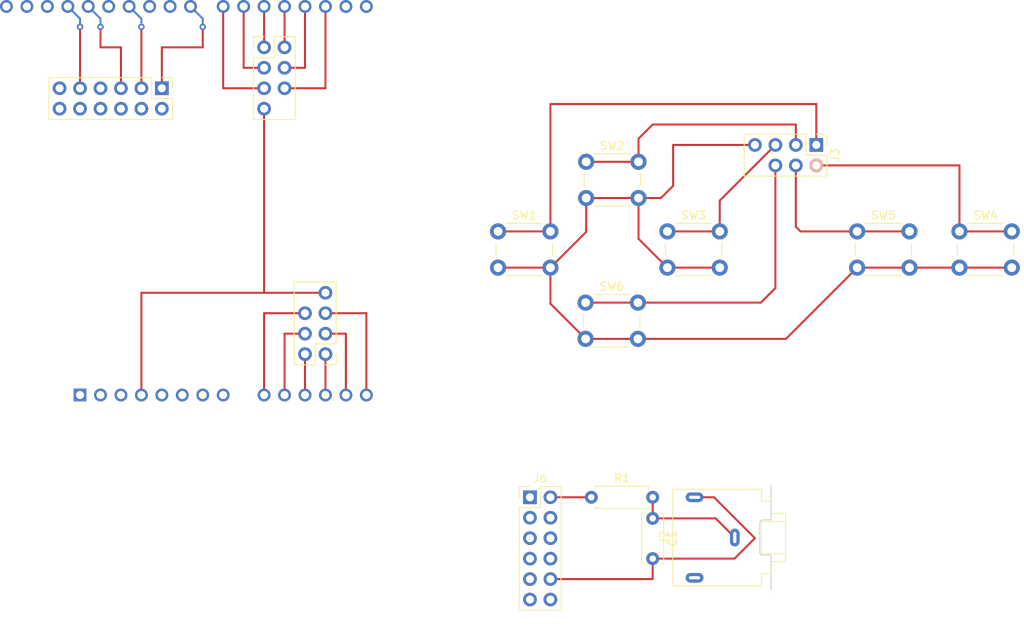
<source format=kicad_pcb>
(kicad_pcb (version 20221018) (generator pcbnew)
  (layers (0 "F.Cu" signal) (31 "B.Cu" signal) (34 "B.Paste" user) (35 "F.Paste" user) (36 "B.SilkS" user "B.Silkscreen") (37 "F.SilkS" user "F.Silkscreen") (38 "B.Mask" user) (39 "F.Mask" user) (44 "Edge.Cuts" user))
  (net 0 "")
  (net 4 "VCC")
  (net 6 "GND")
  (net 10 "PPU_VRAM_WEN")
  (net 13 "SPI_MOSI")
  (net 15 "SPI_CLK")
  (net 19 "Net-(C1-Pad1)")
  (net 32 "Net-(J6-Pin_7)")
  (net 37 "Net-(J3-UP)")
  (net 38 "Net-(J3-DOWN)")
  (net 39 "Net-(J3-LEFT)")
  (net 40 "Net-(J3-VCC)")
  (net 41 "Net-(J3-RIGHT)")
  (net 42 "Net-(J3-PRIMARY)")
  (net 43 "Net-(J3-SECONDARY)")
  (net 44 "GP_P1_BUT_2")
  (net 45 "GP_P1_BUT_1")
  (net 46 "GP_P1_RIGHT")
  (net 47 "GP_P1_LEFT")
  (net 48 "GP_P1_DOWN")
  (net 49 "GP_P1_UP")
  (net 50 "GP_P2_UP")
  (net 51 "GP_P2_DOWN")
  (net 52 "GP_P2_LEFT")
  (net 53 "GP_P2_RIGHT")
  (net 54 "GP_P2_BUT_1")
  (net 55 "GP_P2_BUT_2")
  (footprint "Connector_PinHeader_2.54mm:PinHeader_2x06_P2.54mm_Vertical" (layer "F.Cu") (at 38.1 27.94 -90)
    (fp_text reference "J1" hide)
    (fp_text value "BASYS_JA")
    (fp_line (start -1.33 -1.33) (end 0 -1.33) (stroke (width 0.12)) (layer "F.SilkS"))
    (fp_line (start -1.33 0) (end -1.33 -1.33) (stroke (width 0.12)) (layer "F.SilkS"))
    (fp_line (start -1.33 1.27) (end -1.33 14.03) (stroke (width 0.12)) (layer "F.SilkS"))
    (fp_line (start -1.33 1.27) (end 1.27 1.27) (stroke (width 0.12)) (layer "F.SilkS"))
    (fp_line (start -1.33 14.03) (end 3.87 14.03) (stroke (width 0.12)) (layer "F.SilkS"))
    (fp_line (start 1.27 -1.33) (end 3.87 -1.33) (stroke (width 0.12)) (layer "F.SilkS"))
    (fp_line (start 1.27 1.27) (end 1.27 -1.33) (stroke (width 0.12)) (layer "F.SilkS"))
    (fp_line (start 3.87 -1.33) (end 3.87 14.03) (stroke (width 0.12)) (layer "F.SilkS"))
    (pad "1" thru_hole rect (at 0 0 270) (size 1.7 1.7) (drill 1) (layers "*.Cu" "*.Mask") (net 10 "PPU_VRAM_WEN"))
    (pad "2" thru_hole oval (at 0 2.54 270) (size 1.7 1.7) (drill 1) (layers "*.Cu" "*.Mask") (net 13 "SPI_MOSI"))
    (pad "3" thru_hole oval (at 0 5.08 270) (size 1.7 1.7) (drill 1) (layers "*.Cu" "*.Mask") (net 15 "SPI_CLK"))
    (pad "4" thru_hole oval (at 0 7.62 270) (size 1.7 1.7) (drill 1) (layers "*.Cu" "*.Mask"))
    (pad "5" thru_hole oval (at 0 10.16 270) (size 1.7 1.7) (drill 1) (layers "*.Cu" "*.Mask") (net 6 "GND"))
    (pad "6" thru_hole oval (at 0 12.7 270) (size 1.7 1.7) (drill 1) (layers "*.Cu" "*.Mask"))
    (pad "7" thru_hole oval (at 2.54 0 270) (size 1.7 1.7) (drill 1) (layers "*.Cu" "*.Mask"))
    (pad "8" thru_hole oval (at 2.54 2.54 270) (size 1.7 1.7) (drill 1) (layers "*.Cu" "*.Mask"))
    (pad "9" thru_hole oval (at 2.54 5.08 270) (size 1.7 1.7) (drill 1) (layers "*.Cu" "*.Mask"))
    (pad "10" thru_hole oval (at 2.54 7.62 270) (size 1.7 1.7) (drill 1) (layers "*.Cu" "*.Mask"))
    (pad "11" thru_hole oval (at 2.54 10.16 270) (size 1.7 1.7) (drill 1) (layers "*.Cu" "*.Mask") (net 6 "GND"))
    (pad "12" thru_hole oval (at 2.54 12.7 270) (size 1.7 1.7) (drill 1) (layers "*.Cu" "*.Mask"))
  )
  (footprint "Button_Switch_THT:SW_PUSH_6mm" (layer "F.Cu") (at 79.86 45.72)
    (fp_text reference "SW1" (at 3.25 -2) (layer "F.SilkS"))
    (fp_text value "LEFT")
    (fp_line (start -0.25 1.5) (end -0.25 3) (stroke (width 0.12)) (layer "F.SilkS"))
    (fp_line (start 1 5.5) (end 5.5 5.5) (stroke (width 0.12)) (layer "F.SilkS"))
    (fp_line (start 5.5 -1) (end 1 -1) (stroke (width 0.12)) (layer "F.SilkS"))
    (fp_line (start 6.75 3) (end 6.75 1.5) (stroke (width 0.12)) (layer "F.SilkS"))
    (pad "1" thru_hole circle (at 0 0 90) (size 2 2) (drill 1.1) (layers "*.Cu" "*.Mask") (net 37 "Net-(J3-UP)"))
    (pad "1" thru_hole circle (at 6.5 0 90) (size 2 2) (drill 1.1) (layers "*.Cu" "*.Mask") (net 37 "Net-(J3-UP)"))
    (pad "2" thru_hole circle (at 0 4.5 90) (size 2 2) (drill 1.1) (layers "*.Cu" "*.Mask") (net 40 "Net-(J3-VCC)"))
    (pad "2" thru_hole circle (at 6.5 4.5 90) (size 2 2) (drill 1.1) (layers "*.Cu" "*.Mask") (net 40 "Net-(J3-VCC)"))
  )
  (footprint "Connector_PinHeader_2.54mm:PinHeader_2x04_P2.54mm_Vertical" (layer "F.Cu") (at 58.42 60.96 180)
    (fp_text reference "J8" hide)
    (fp_text value "GAMEPAD_2")
    (fp_line (start -1.33 -1.33) (end 0 -1.33) (stroke (width 0.12)) (layer "F.SilkS"))
    (fp_line (start -1.33 0) (end -1.33 -1.33) (stroke (width 0.12)) (layer "F.SilkS"))
    (fp_line (start -1.33 1.27) (end -1.33 8.95) (stroke (width 0.12)) (layer "F.SilkS"))
    (fp_line (start -1.33 1.27) (end 1.27 1.27) (stroke (width 0.12)) (layer "F.SilkS"))
    (fp_line (start -1.33 8.95) (end 3.87 8.95) (stroke (width 0.12)) (layer "F.SilkS"))
    (fp_line (start 1.27 -1.33) (end 3.87 -1.33) (stroke (width 0.12)) (layer "F.SilkS"))
    (fp_line (start 1.27 1.27) (end 1.27 -1.33) (stroke (width 0.12)) (layer "F.SilkS"))
    (fp_line (start 3.87 -1.33) (end 3.87 8.95) (stroke (width 0.12)) (layer "F.SilkS"))
    (pad "1" thru_hole circle (at 0 0 180) (size 1.7 1.7) (drill 1) (layers "*.Cu" "*.Mask") (net 52 "GP_P2_LEFT"))
    (pad "2" thru_hole oval (at 0 2.54 180) (size 1.7 1.7) (drill 1) (layers "*.Cu" "*.Mask") (net 50 "GP_P2_UP"))
    (pad "3" thru_hole oval (at 0 5.08 180) (size 1.7 1.7) (drill 1) (layers "*.Cu" "*.Mask") (net 53 "GP_P2_RIGHT"))
    (pad "4" thru_hole oval (at 0 7.62 180) (size 1.7 1.7) (drill 1) (layers "*.Cu" "*.Mask") (net 4 "VCC"))
    (pad "5" thru_hole oval (at 2.54 0 180) (size 1.7 1.7) (drill 1) (layers "*.Cu" "*.Mask") (net 54 "GP_P2_BUT_1"))
    (pad "6" thru_hole oval (at 2.54 2.54 180) (size 1.7 1.7) (drill 1) (layers "*.Cu" "*.Mask") (net 55 "GP_P2_BUT_2"))
    (pad "7" thru_hole oval (at 2.54 5.08 180) (size 1.7 1.7) (drill 1) (layers "*.Cu" "*.Mask") (net 51 "GP_P2_DOWN"))
  )
  (footprint "Button_Switch_THT:SW_PUSH_6mm" (layer "F.Cu") (at 137.16 45.72)
    (fp_text reference "SW4" (at 3.25 -2) (layer "F.SilkS"))
    (fp_text value "PRIMARY")
    (fp_line (start -0.25 1.5) (end -0.25 3) (stroke (width 0.12)) (layer "F.SilkS"))
    (fp_line (start 1 5.5) (end 5.5 5.5) (stroke (width 0.12)) (layer "F.SilkS"))
    (fp_line (start 5.5 -1) (end 1 -1) (stroke (width 0.12)) (layer "F.SilkS"))
    (fp_line (start 6.75 3) (end 6.75 1.5) (stroke (width 0.12)) (layer "F.SilkS"))
    (pad "1" thru_hole circle (at 0 0 90) (size 2 2) (drill 1.1) (layers "*.Cu" "*.Mask") (net 41 "Net-(J3-RIGHT)"))
    (pad "1" thru_hole circle (at 6.5 0 90) (size 2 2) (drill 1.1) (layers "*.Cu" "*.Mask") (net 41 "Net-(J3-RIGHT)"))
    (pad "2" thru_hole circle (at 0 4.5 90) (size 2 2) (drill 1.1) (layers "*.Cu" "*.Mask") (net 40 "Net-(J3-VCC)"))
    (pad "2" thru_hole circle (at 6.5 4.5 90) (size 2 2) (drill 1.1) (layers "*.Cu" "*.Mask") (net 40 "Net-(J3-VCC)"))
  )
  (footprint "Connector_Audio:Jack_3.5mm_CUI_SJ1-3523N_Horizontal" (layer "F.Cu") (at 109.26 83.74 90)
    (fp_text reference "J2" (at 0 -8.8 90) (layer "F.SilkS"))
    (fp_text value "AudioJack2")
    (fp_line (start -6 -7.7) (end 6 -7.7) (stroke (width 0.12)) (layer "F.SilkS"))
    (fp_line (start -6 3.3) (end -6 -7.7) (stroke (width 0.12)) (layer "F.SilkS"))
    (fp_line (start -4.5 3.3) (end -6 3.3) (stroke (width 0.12)) (layer "F.SilkS"))
    (fp_line (start -4.5 4.5) (end -4.5 3.3) (stroke (width 0.12)) (layer "F.SilkS"))
    (fp_line (start -3 4.5) (end -4.5 4.5) (stroke (width 0.12)) (layer "F.SilkS"))
    (fp_line (start -3 6.3) (end -3 4.5) (stroke (width 0.12)) (layer "F.SilkS"))
    (fp_line (start -2 3.3) (end -2 6.3) (stroke (width 0.12)) (layer "F.SilkS"))
    (fp_line (start 2 3.3) (end -2 3.3) (stroke (width 0.12)) (layer "F.SilkS"))
    (fp_line (start 2 6.3) (end 2 3.3) (stroke (width 0.12)) (layer "F.SilkS"))
    (fp_line (start 3 4.5) (end 3 6.3) (stroke (width 0.12)) (layer "F.SilkS"))
    (fp_line (start 3 6.3) (end -3 6.3) (stroke (width 0.12)) (layer "F.SilkS"))
    (fp_line (start 4.5 3.3) (end 4.5 4.5) (stroke (width 0.12)) (layer "F.SilkS"))
    (fp_line (start 4.5 4.5) (end 3 4.5) (stroke (width 0.12)) (layer "F.SilkS"))
    (fp_line (start 6 -7.7) (end 6 3.3) (stroke (width 0.12)) (layer "F.SilkS"))
    (fp_line (start 6 3.3) (end 4.5 3.3) (stroke (width 0.12)) (layer "F.SilkS"))
    (fp_line (start -2.2 3.5) (end -2.2 4.5) (stroke (width 0.12)) (layer "Edge.Cuts"))
    (fp_line (start -2.2 4.5) (end -6.5 4.5) (stroke (width 0.12)) (layer "Edge.Cuts"))
    (fp_line (start 1.8 3.1) (end -1.8 3.1) (stroke (width 0.12)) (layer "Edge.Cuts"))
    (fp_line (start 2.2 3.5) (end 2.2 4.5) (stroke (width 0.12)) (layer "Edge.Cuts"))
    (fp_line (start 2.2 4.5) (end 6.5 4.5) (stroke (width 0.12)) (layer "Edge.Cuts"))
    (fp_arc (start -2.2 3.5) (mid -2.082842 3.217158) (end -1.8 3.1) (stroke (width 0.12)) (layer "Edge.Cuts"))
    (fp_arc (start 1.8 3.1) (mid 2.082843 3.217157) (end 2.2 3.5) (stroke (width 0.12)) (layer "Edge.Cuts"))
    (pad "" np_thru_hole circle (at -5 0 90) (size 1.2 1.2) (drill 1.2) (layers "*.Cu"))
    (pad "" np_thru_hole circle (at -5 2.5 90) (size 1.2 1.2) (drill 1.2) (layers "*.Cu"))
    (pad "" np_thru_hole circle (at 0 -5 90) (size 1.2 1.2) (drill 1.2) (layers "*.Cu"))
    (pad "" np_thru_hole circle (at 5 0 90) (size 1.2 1.2) (drill 1.2) (layers "*.Cu"))
    (pad "" np_thru_hole circle (at 5 2.5 90) (size 1.2 1.2) (drill 1.2) (layers "*.Cu"))
    (pad "R" thru_hole oval (at -5 -5 90) (size 1.2 2.2) (drill oval 0.4 1.4) (layers "*.Cu" "*.Mask"))
    (pad "S" thru_hole oval (at 0 0 90) (size 2.2 1.2) (drill oval 1.4 0.4) (layers "*.Cu" "*.Mask") (net 19 "Net-(C1-Pad1)"))
    (pad "T" thru_hole oval (at 5 -5 270) (size 1.2 2.2) (drill oval 0.4 1.4) (layers "*.Cu" "*.Mask") (net 6 "GND"))
  )
  (footprint "Resistor_THT:R_Axial_DIN0207_L6.3mm_D2.5mm_P7.62mm_Horizontal" (layer "F.Cu") (at 91.44 78.74)
    (fp_text reference "R1" (at 3.81 -2.37) (layer "F.SilkS"))
    (fp_text value "R")
    (fp_line (start 0.54 -1.37) (end 7.08 -1.37) (stroke (width 0.12)) (layer "F.SilkS"))
    (fp_line (start 0.54 -1.04) (end 0.54 -1.37) (stroke (width 0.12)) (layer "F.SilkS"))
    (fp_line (start 0.54 1.04) (end 0.54 1.37) (stroke (width 0.12)) (layer "F.SilkS"))
    (fp_line (start 0.54 1.37) (end 7.08 1.37) (stroke (width 0.12)) (layer "F.SilkS"))
    (fp_line (start 7.08 -1.37) (end 7.08 -1.04) (stroke (width 0.12)) (layer "F.SilkS"))
    (fp_line (start 7.08 1.37) (end 7.08 1.04) (stroke (width 0.12)) (layer "F.SilkS"))
    (pad "1" thru_hole circle (at 0 0) (size 1.6 1.6) (drill 0.8) (layers "*.Cu" "*.Mask") (net 32 "Net-(J6-Pin_7)"))
    (pad "2" thru_hole oval (at 7.62 0) (size 1.6 1.6) (drill 0.8) (layers "*.Cu" "*.Mask") (net 19 "Net-(C1-Pad1)"))
  )
  (footprint "Capacitor_THT:C_Disc_D6.0mm_W2.5mm_P5.00mm" (layer "F.Cu") (at 99.06 81.36 -90)
    (fp_text reference "C1" (at 2.5 -2.5 90) (layer "F.SilkS"))
    (fp_text value "C")
    (fp_line (start -0.62 -1.37) (end -0.62 -0.925) (stroke (width 0.12)) (layer "F.SilkS"))
    (fp_line (start -0.62 -1.37) (end 5.62 -1.37) (stroke (width 0.12)) (layer "F.SilkS"))
    (fp_line (start -0.62 0.925) (end -0.62 1.37) (stroke (width 0.12)) (layer "F.SilkS"))
    (fp_line (start -0.62 1.37) (end 5.62 1.37) (stroke (width 0.12)) (layer "F.SilkS"))
    (fp_line (start 5.62 -1.37) (end 5.62 -0.925) (stroke (width 0.12)) (layer "F.SilkS"))
    (fp_line (start 5.62 0.925) (end 5.62 1.37) (stroke (width 0.12)) (layer "F.SilkS"))
    (pad "1" thru_hole circle (at 0 0 270) (size 1.6 1.6) (drill 0.8) (layers "*.Cu" "*.Mask") (net 19 "Net-(C1-Pad1)"))
    (pad "2" thru_hole circle (at 5 0 270) (size 1.6 1.6) (drill 0.8) (layers "*.Cu" "*.Mask") (net 6 "GND"))
  )
  (footprint "Connector_PinHeader_2.54mm:PinHeader_2x06_P2.54mm_Vertical" (layer "F.Cu") (at 83.82 78.74)
    (fp_text reference "J6" (at 1.27 -2.33) (layer "F.SilkS"))
    (fp_text value "BASYS_JB")
    (fp_line (start -1.33 -1.33) (end 0 -1.33) (stroke (width 0.12)) (layer "F.SilkS"))
    (fp_line (start -1.33 0) (end -1.33 -1.33) (stroke (width 0.12)) (layer "F.SilkS"))
    (fp_line (start -1.33 1.27) (end -1.33 14.03) (stroke (width 0.12)) (layer "F.SilkS"))
    (fp_line (start -1.33 1.27) (end 1.27 1.27) (stroke (width 0.12)) (layer "F.SilkS"))
    (fp_line (start -1.33 14.03) (end 3.87 14.03) (stroke (width 0.12)) (layer "F.SilkS"))
    (fp_line (start 1.27 -1.33) (end 3.87 -1.33) (stroke (width 0.12)) (layer "F.SilkS"))
    (fp_line (start 1.27 1.27) (end 1.27 -1.33) (stroke (width 0.12)) (layer "F.SilkS"))
    (fp_line (start 3.87 -1.33) (end 3.87 14.03) (stroke (width 0.12)) (layer "F.SilkS"))
    (pad "1" thru_hole rect (at 0 0) (size 1.7 1.7) (drill 1) (layers "*.Cu" "*.Mask"))
    (pad "2" thru_hole oval (at 0 2.54) (size 1.7 1.7) (drill 1) (layers "*.Cu" "*.Mask"))
    (pad "3" thru_hole oval (at 0 5.08) (size 1.7 1.7) (drill 1) (layers "*.Cu" "*.Mask"))
    (pad "4" thru_hole oval (at 0 7.62) (size 1.7 1.7) (drill 1) (layers "*.Cu" "*.Mask"))
    (pad "5" thru_hole oval (at 0 10.16) (size 1.7 1.7) (drill 1) (layers "*.Cu" "*.Mask") (net 6 "GND"))
    (pad "6" thru_hole oval (at 0 12.7) (size 1.7 1.7) (drill 1) (layers "*.Cu" "*.Mask"))
    (pad "7" thru_hole oval (at 2.54 0) (size 1.7 1.7) (drill 1) (layers "*.Cu" "*.Mask") (net 32 "Net-(J6-Pin_7)"))
    (pad "8" thru_hole oval (at 2.54 2.54) (size 1.7 1.7) (drill 1) (layers "*.Cu" "*.Mask"))
    (pad "9" thru_hole oval (at 2.54 5.08) (size 1.7 1.7) (drill 1) (layers "*.Cu" "*.Mask"))
    (pad "10" thru_hole oval (at 2.54 7.62) (size 1.7 1.7) (drill 1) (layers "*.Cu" "*.Mask"))
    (pad "11" thru_hole oval (at 2.54 10.16) (size 1.7 1.7) (drill 1) (layers "*.Cu" "*.Mask") (net 6 "GND"))
    (pad "12" thru_hole oval (at 2.54 12.7) (size 1.7 1.7) (drill 1) (layers "*.Cu" "*.Mask"))
  )
  (footprint "Button_Switch_THT:SW_PUSH_6mm" (layer "F.Cu") (at 90.73 54.565)
    (fp_text reference "SW6" (at 3.25 -2) (layer "F.SilkS"))
    (fp_text value "DOWN")
    (fp_line (start -0.25 1.5) (end -0.25 3) (stroke (width 0.12)) (layer "F.SilkS"))
    (fp_line (start 1 5.5) (end 5.5 5.5) (stroke (width 0.12)) (layer "F.SilkS"))
    (fp_line (start 5.5 -1) (end 1 -1) (stroke (width 0.12)) (layer "F.SilkS"))
    (fp_line (start 6.75 3) (end 6.75 1.5) (stroke (width 0.12)) (layer "F.SilkS"))
    (pad "1" thru_hole circle (at 0 0 90) (size 2 2) (drill 1.1) (layers "*.Cu" "*.Mask") (net 43 "Net-(J3-SECONDARY)"))
    (pad "1" thru_hole circle (at 6.5 0 90) (size 2 2) (drill 1.1) (layers "*.Cu" "*.Mask") (net 43 "Net-(J3-SECONDARY)"))
    (pad "2" thru_hole circle (at 0 4.5 90) (size 2 2) (drill 1.1) (layers "*.Cu" "*.Mask") (net 40 "Net-(J3-VCC)"))
    (pad "2" thru_hole circle (at 6.5 4.5 90) (size 2 2) (drill 1.1) (layers "*.Cu" "*.Mask") (net 40 "Net-(J3-VCC)"))
  )
  (footprint "Button_Switch_THT:SW_PUSH_6mm" (layer "F.Cu") (at 90.8025 37.075)
    (fp_text reference "SW2" (at 3.25 -2) (layer "F.SilkS"))
    (fp_text value "UP")
    (fp_line (start -0.25 1.5) (end -0.25 3) (stroke (width 0.12)) (layer "F.SilkS"))
    (fp_line (start 1 5.5) (end 5.5 5.5) (stroke (width 0.12)) (layer "F.SilkS"))
    (fp_line (start 5.5 -1) (end 1 -1) (stroke (width 0.12)) (layer "F.SilkS"))
    (fp_line (start 6.75 3) (end 6.75 1.5) (stroke (width 0.12)) (layer "F.SilkS"))
    (pad "1" thru_hole circle (at 0 0 90) (size 2 2) (drill 1.1) (layers "*.Cu" "*.Mask") (net 38 "Net-(J3-DOWN)"))
    (pad "1" thru_hole circle (at 6.5 0 90) (size 2 2) (drill 1.1) (layers "*.Cu" "*.Mask") (net 38 "Net-(J3-DOWN)"))
    (pad "2" thru_hole circle (at 0 4.5 90) (size 2 2) (drill 1.1) (layers "*.Cu" "*.Mask") (net 40 "Net-(J3-VCC)"))
    (pad "2" thru_hole circle (at 6.5 4.5 90) (size 2 2) (drill 1.1) (layers "*.Cu" "*.Mask") (net 40 "Net-(J3-VCC)"))
  )
  (footprint "Button_Switch_THT:SW_PUSH_6mm" (layer "F.Cu") (at 124.46 45.72)
    (fp_text reference "SW5" (at 3.25 -2) (layer "F.SilkS"))
    (fp_text value "SECONDARY")
    (fp_line (start -0.25 1.5) (end -0.25 3) (stroke (width 0.12)) (layer "F.SilkS"))
    (fp_line (start 1 5.5) (end 5.5 5.5) (stroke (width 0.12)) (layer "F.SilkS"))
    (fp_line (start 5.5 -1) (end 1 -1) (stroke (width 0.12)) (layer "F.SilkS"))
    (fp_line (start 6.75 3) (end 6.75 1.5) (stroke (width 0.12)) (layer "F.SilkS"))
    (pad "1" thru_hole circle (at 0 0 90) (size 2 2) (drill 1.1) (layers "*.Cu" "*.Mask") (net 42 "Net-(J3-PRIMARY)"))
    (pad "1" thru_hole circle (at 6.5 0 90) (size 2 2) (drill 1.1) (layers "*.Cu" "*.Mask") (net 42 "Net-(J3-PRIMARY)"))
    (pad "2" thru_hole circle (at 0 4.5 90) (size 2 2) (drill 1.1) (layers "*.Cu" "*.Mask") (net 40 "Net-(J3-VCC)"))
    (pad "2" thru_hole circle (at 6.5 4.5 90) (size 2 2) (drill 1.1) (layers "*.Cu" "*.Mask") (net 40 "Net-(J3-VCC)"))
  )
  (footprint "Connector_PinHeader_2.54mm:PinHeader_2x04_P2.54mm_Vertical" (layer "F.Cu") (at 119.38 34.98 -90)
    (fp_text reference "J3" (at 1.27 -2.33 90) (layer "F.SilkS"))
    (fp_text value "GAMEPAD")
    (fp_line (start -1.33 -1.33) (end 0 -1.33) (stroke (width 0.12)) (layer "F.SilkS"))
    (fp_line (start -1.33 0) (end -1.33 -1.33) (stroke (width 0.12)) (layer "F.SilkS"))
    (fp_line (start -1.33 1.27) (end -1.33 8.95) (stroke (width 0.12)) (layer "F.SilkS"))
    (fp_line (start -1.33 1.27) (end 1.27 1.27) (stroke (width 0.12)) (layer "F.SilkS"))
    (fp_line (start -1.33 8.95) (end 3.87 8.95) (stroke (width 0.12)) (layer "F.SilkS"))
    (fp_line (start 1.27 -1.33) (end 3.87 -1.33) (stroke (width 0.12)) (layer "F.SilkS"))
    (fp_line (start 1.27 1.27) (end 1.27 -1.33) (stroke (width 0.12)) (layer "F.SilkS"))
    (fp_line (start 3.87 -1.33) (end 3.87 8.95) (stroke (width 0.12)) (layer "F.SilkS"))
    (pad "1" thru_hole rect (at 0 0 270) (size 1.7 1.7) (drill 1) (layers "*.Cu" "*.Mask") (net 37 "Net-(J3-UP)"))
    (pad "2" thru_hole oval (at 0 2.54 270) (size 1.7 1.7) (drill 1) (layers "*.Cu" "*.Mask") (net 38 "Net-(J3-DOWN)"))
    (pad "3" thru_hole oval (at 0 5.08 270) (size 1.7 1.7) (drill 1) (layers "*.Cu" "*.Mask") (net 39 "Net-(J3-LEFT)"))
    (pad "4" thru_hole oval (at 0 7.62 270) (size 1.7 1.7) (drill 1) (layers "*.Cu" "*.Mask") (net 40 "Net-(J3-VCC)"))
    (pad "5" thru_hole oval (at 2.54 0 270) (size 1.7 1.7) (drill 1) (layers "*.Cu" "*.Mask" "B.SilkS") (net 41 "Net-(J3-RIGHT)"))
    (pad "6" thru_hole oval (at 2.54 2.54 270) (size 1.7 1.7) (drill 1) (layers "*.Cu" "*.Mask") (net 42 "Net-(J3-PRIMARY)"))
    (pad "7" thru_hole oval (at 2.54 5.08 270) (size 1.7 1.7) (drill 1) (layers "*.Cu" "*.Mask") (net 43 "Net-(J3-SECONDARY)"))
  )
  (footprint "Button_Switch_THT:SW_PUSH_6mm" (layer "F.Cu") (at 100.89 45.72)
    (fp_text reference "SW3" (at 3.25 -2) (layer "F.SilkS"))
    (fp_text value "RIGHT")
    (fp_line (start -0.25 1.5) (end -0.25 3) (stroke (width 0.12)) (layer "F.SilkS"))
    (fp_line (start 1 5.5) (end 5.5 5.5) (stroke (width 0.12)) (layer "F.SilkS"))
    (fp_line (start 5.5 -1) (end 1 -1) (stroke (width 0.12)) (layer "F.SilkS"))
    (fp_line (start 6.75 3) (end 6.75 1.5) (stroke (width 0.12)) (layer "F.SilkS"))
    (pad "1" thru_hole circle (at 0 0 90) (size 2 2) (drill 1.1) (layers "*.Cu" "*.Mask") (net 39 "Net-(J3-LEFT)"))
    (pad "1" thru_hole circle (at 6.5 0 90) (size 2 2) (drill 1.1) (layers "*.Cu" "*.Mask") (net 39 "Net-(J3-LEFT)"))
    (pad "2" thru_hole circle (at 0 4.5 90) (size 2 2) (drill 1.1) (layers "*.Cu" "*.Mask") (net 40 "Net-(J3-VCC)"))
    (pad "2" thru_hole circle (at 6.5 4.5 90) (size 2 2) (drill 1.1) (layers "*.Cu" "*.Mask") (net 40 "Net-(J3-VCC)"))
  )
  (footprint "Connector_PinHeader_2.54mm:PinHeader_2x04_P2.54mm_Vertical" (layer "F.Cu") (at 50.8 22.86)
    (fp_text reference "J7" hide)
    (fp_text value "GAMEPAD_1" hide)
    (fp_line (start -1.33 -1.33) (end 0 -1.33) (stroke (width 0.12)) (layer "F.SilkS"))
    (fp_line (start -1.33 0) (end -1.33 -1.33) (stroke (width 0.12)) (layer "F.SilkS"))
    (fp_line (start -1.33 1.27) (end -1.33 8.95) (stroke (width 0.12)) (layer "F.SilkS"))
    (fp_line (start -1.33 1.27) (end 1.27 1.27) (stroke (width 0.12)) (layer "F.SilkS"))
    (fp_line (start -1.33 8.95) (end 3.87 8.95) (stroke (width 0.12)) (layer "F.SilkS"))
    (fp_line (start 1.27 -1.33) (end 3.87 -1.33) (stroke (width 0.12)) (layer "F.SilkS"))
    (fp_line (start 1.27 1.27) (end 1.27 -1.33) (stroke (width 0.12)) (layer "F.SilkS"))
    (fp_line (start 3.87 -1.33) (end 3.87 8.95) (stroke (width 0.12)) (layer "F.SilkS"))
    (pad "1" thru_hole circle (at 0 0) (size 1.7 1.7) (drill 1) (layers "*.Cu" "*.Mask") (net 47 "GP_P1_LEFT"))
    (pad "2" thru_hole oval (at 0 2.54) (size 1.7 1.7) (drill 1) (layers "*.Cu" "*.Mask") (net 49 "GP_P1_UP"))
    (pad "3" thru_hole oval (at 0 5.08) (size 1.7 1.7) (drill 1) (layers "*.Cu" "*.Mask") (net 46 "GP_P1_RIGHT"))
    (pad "4" thru_hole oval (at 0 7.62) (size 1.7 1.7) (drill 1) (layers "*.Cu" "*.Mask") (net 4 "VCC"))
    (pad "5" thru_hole oval (at 2.54 0) (size 1.7 1.7) (drill 1) (layers "*.Cu" "*.Mask") (net 45 "GP_P1_BUT_1"))
    (pad "6" thru_hole oval (at 2.54 2.54) (size 1.7 1.7) (drill 1) (layers "*.Cu" "*.Mask") (net 44 "GP_P1_BUT_2"))
    (pad "7" thru_hole oval (at 2.54 5.08) (size 1.7 1.7) (drill 1) (layers "*.Cu" "*.Mask") (net 48 "GP_P1_DOWN"))
  )
  (footprint "Module:Arduino_UNO_R3" (layer "B.Cu") (at 27.94 66.04)
    (fp_text reference "A1" hide)
    (fp_text value "STM32F091RC" hide)
    (pad "1" thru_hole rect (at 0 0 270) (size 1.6 1.6) (drill 1) (layers "*.Cu" "*.Mask"))
    (pad "2" thru_hole oval (at 2.54 0 270) (size 1.6 1.6) (drill 1) (layers "*.Cu" "*.Mask"))
    (pad "3" thru_hole oval (at 5.08 0 270) (size 1.6 1.6) (drill 1) (layers "*.Cu" "*.Mask"))
    (pad "4" thru_hole oval (at 7.62 0 270) (size 1.6 1.6) (drill 1) (layers "*.Cu" "*.Mask") (net 4 "VCC"))
    (pad "5" thru_hole oval (at 10.16 0 270) (size 1.6 1.6) (drill 1) (layers "*.Cu" "*.Mask"))
    (pad "6" thru_hole oval (at 12.7 0 270) (size 1.6 1.6) (drill 1) (layers "*.Cu" "*.Mask") (net 6 "GND"))
    (pad "7" thru_hole oval (at 15.24 0 270) (size 1.6 1.6) (drill 1) (layers "*.Cu" "*.Mask") (net 6 "GND"))
    (pad "8" thru_hole oval (at 17.78 0 270) (size 1.6 1.6) (drill 1) (layers "*.Cu" "*.Mask"))
    (pad "9" thru_hole oval (at 22.86 0 270) (size 1.6 1.6) (drill 1) (layers "*.Cu" "*.Mask") (net 51 "GP_P2_DOWN"))
    (pad "10" thru_hole oval (at 25.4 0 270) (size 1.6 1.6) (drill 1) (layers "*.Cu" "*.Mask") (net 55 "GP_P2_BUT_2"))
    (pad "11" thru_hole oval (at 27.94 0 270) (size 1.6 1.6) (drill 1) (layers "*.Cu" "*.Mask") (net 54 "GP_P2_BUT_1"))
    (pad "12" thru_hole oval (at 30.48 0 270) (size 1.6 1.6) (drill 1) (layers "*.Cu" "*.Mask") (net 52 "GP_P2_LEFT"))
    (pad "13" thru_hole oval (at 33.02 0 270) (size 1.6 1.6) (drill 1) (layers "*.Cu" "*.Mask") (net 50 "GP_P2_UP"))
    (pad "14" thru_hole oval (at 35.56 0 270) (size 1.6 1.6) (drill 1) (layers "*.Cu" "*.Mask") (net 53 "GP_P2_RIGHT"))
    (pad "15" thru_hole oval (at 35.56 -48.26 270) (size 1.6 1.6) (drill 1) (layers "*.Cu" "*.Mask"))
    (pad "16" thru_hole oval (at 33.02 -48.26 270) (size 1.6 1.6) (drill 1) (layers "*.Cu" "*.Mask"))
    (pad "17" thru_hole oval (at 30.48 -48.26 270) (size 1.6 1.6) (drill 1) (layers "*.Cu" "*.Mask") (net 48 "GP_P1_DOWN"))
    (pad "18" thru_hole oval (at 27.94 -48.26 270) (size 1.6 1.6) (drill 1) (layers "*.Cu" "*.Mask") (net 44 "GP_P1_BUT_2"))
    (pad "19" thru_hole oval (at 25.4 -48.26 270) (size 1.6 1.6) (drill 1) (layers "*.Cu" "*.Mask") (net 45 "GP_P1_BUT_1"))
    (pad "20" thru_hole oval (at 22.86 -48.26 270) (size 1.6 1.6) (drill 1) (layers "*.Cu" "*.Mask") (net 47 "GP_P1_LEFT"))
    (pad "21" thru_hole oval (at 20.32 -48.26 270) (size 1.6 1.6) (drill 1) (layers "*.Cu" "*.Mask") (net 49 "GP_P1_UP"))
    (pad "22" thru_hole oval (at 17.78 -48.26 270) (size 1.6 1.6) (drill 1) (layers "*.Cu" "*.Mask") (net 46 "GP_P1_RIGHT"))
    (pad "23" thru_hole oval (at 13.72 -48.26 270) (size 1.6 1.6) (drill 1) (layers "*.Cu" "*.Mask") (net 10 "PPU_VRAM_WEN"))
    (pad "24" thru_hole oval (at 11.18 -48.26 270) (size 1.6 1.6) (drill 1) (layers "*.Cu" "*.Mask"))
    (pad "25" thru_hole oval (at 8.64 -48.26 270) (size 1.6 1.6) (drill 1) (layers "*.Cu" "*.Mask"))
    (pad "26" thru_hole oval (at 6.1 -48.26 270) (size 1.6 1.6) (drill 1) (layers "*.Cu" "*.Mask") (net 13 "SPI_MOSI"))
    (pad "27" thru_hole oval (at 3.56 -48.26 270) (size 1.6 1.6) (drill 1) (layers "*.Cu" "*.Mask"))
    (pad "28" thru_hole oval (at 1.02 -48.26 270) (size 1.6 1.6) (drill 1) (layers "*.Cu" "*.Mask") (net 15 "SPI_CLK"))
    (pad "29" thru_hole oval (at -1.52 -48.26 270) (size 1.6 1.6) (drill 1) (layers "*.Cu" "*.Mask") (net 6 "GND"))
    (pad "30" thru_hole oval (at -4.06 -48.26 270) (size 1.6 1.6) (drill 1) (layers "*.Cu" "*.Mask"))
    (pad "31" thru_hole oval (at -6.6 -48.26 270) (size 1.6 1.6) (drill 1) (layers "*.Cu" "*.Mask"))
    (pad "32" thru_hole oval (at -9.14 -48.26 270) (size 1.6 1.6) (drill 1) (layers "*.Cu" "*.Mask"))
  )
  (segment (start 50.8 53.34) (end 58.42 53.34) (width 0.25) (layer "F.Cu") (net 4))
  (segment (start 50.8 30.48) (end 50.8 53.34) (width 0.25) (layer "F.Cu") (net 4))
  (segment (start 50.8 53.34) (end 35.56 53.34) (width 0.25) (layer "F.Cu") (net 4))
  (segment (start 35.56 53.34) (end 35.56 66.04) (width 0.25) (layer "F.Cu") (net 4))
  (segment (start 111.76 83.82) (end 109.22 86.36) (width 0.25) (layer "F.Cu") (net 6))
  (segment (start 27.94 20.32) (end 27.94 27.94) (width 0.25) (layer "F.Cu") (net 6))
  (segment (start 106.68 78.74) (end 111.76 83.82) (width 0.25) (layer "F.Cu") (net 6))
  (segment (start 109.22 86.36) (end 99.06 86.36) (width 0.25) (layer "F.Cu") (net 6))
  (segment (start 104.26 78.74) (end 106.68 78.74) (width 0.25) (layer "F.Cu") (net 6))
  (segment (start 99.06 86.36) (end 99.06 88.9) (width 0.25) (layer "F.Cu") (net 6))
  (segment (start 99.06 88.9) (end 86.36 88.9) (width 0.25) (layer "F.Cu") (net 6))
  (via (at 27.94 20.32) (size 0.8) (drill 0.4) (layers "F.Cu" "B.Cu") (net 6))
  (segment (start 27.94 19.3) (end 27.94 20.32) (width 0.25) (layer "B.Cu") (net 6))
  (segment (start 26.42 17.78) (end 27.94 19.3) (width 0.25) (layer "B.Cu") (net 6))
  (segment (start 43.18 22.86) (end 38.1 22.86) (width 0.25) (layer "F.Cu") (net 10))
  (segment (start 38.1 22.86) (end 38.1 27.94) (width 0.25) (layer "F.Cu") (net 10))
  (segment (start 43.18 20.32) (end 43.18 22.86) (width 0.25) (layer "F.Cu") (net 10))
  (via (at 43.18 20.32) (size 0.8) (drill 0.4) (layers "F.Cu" "B.Cu") (net 10))
  (segment (start 43.18 19.3) (end 43.18 20.32) (width 0.25) (layer "B.Cu") (net 10))
  (segment (start 41.66 17.78) (end 43.18 19.3) (width 0.25) (layer "B.Cu") (net 10))
  (segment (start 35.56 20.32) (end 35.56 27.94) (width 0.25) (layer "F.Cu") (net 13))
  (via (at 35.56 20.32) (size 0.8) (drill 0.4) (layers "F.Cu" "B.Cu") (net 13))
  (segment (start 35.56 19.3) (end 35.56 20.32) (width 0.25) (layer "B.Cu") (net 13))
  (segment (start 34.04 17.78) (end 35.56 19.3) (width 0.25) (layer "B.Cu") (net 13))
  (segment (start 33.02 22.86) (end 33.02 27.94) (width 0.25) (layer "F.Cu") (net 15))
  (segment (start 30.48 22.86) (end 33.02 22.86) (width 0.25) (layer "F.Cu") (net 15))
  (segment (start 30.48 20.32) (end 30.48 22.86) (width 0.25) (layer "F.Cu") (net 15))
  (via (at 30.48 20.32) (size 0.8) (drill 0.4) (layers "F.Cu" "B.Cu") (net 15))
  (segment (start 30.48 19.3) (end 30.48 20.32) (width 0.25) (layer "B.Cu") (net 15))
  (segment (start 28.96 17.78) (end 30.48 19.3) (width 0.25) (layer "B.Cu") (net 15))
  (segment (start 99.06 78.74) (end 99.06 81.36) (width 0.25) (layer "F.Cu") (net 19))
  (segment (start 106.88 81.36) (end 109.26 83.74) (width 0.25) (layer "F.Cu") (net 19))
  (segment (start 99.06 81.36) (end 106.88 81.36) (width 0.25) (layer "F.Cu") (net 19))
  (segment (start 86.36 78.74) (end 91.44 78.74) (width 0.25) (layer "F.Cu") (net 32))
  (segment (start 86.36 29.9) (end 86.36 45.72) (width 0.25) (layer "F.Cu") (net 37))
  (segment (start 119.38 29.9) (end 86.36 29.9) (width 0.25) (layer "F.Cu") (net 37))
  (segment (start 79.86 45.72) (end 86.36 45.72) (width 0.25) (layer "F.Cu") (net 37))
  (segment (start 119.38 34.98) (end 119.38 29.9) (width 0.25) (layer "F.Cu") (net 37))
  (segment (start 116.84 32.44) (end 99.06 32.44) (width 0.25) (layer "F.Cu") (net 38))
  (segment (start 90.8025 37.075) (end 97.3025 37.075) (width 0.25) (layer "F.Cu") (net 38))
  (segment (start 99.06 32.44) (end 97.3025 34.1975) (width 0.25) (layer "F.Cu") (net 38))
  (segment (start 116.84 34.98) (end 116.84 32.44) (width 0.25) (layer "F.Cu") (net 38))
  (segment (start 97.3025 34.1975) (end 97.3025 37.075) (width 0.25) (layer "F.Cu") (net 38))
  (segment (start 114.3 34.98) (end 107.39 41.89) (width 0.25) (layer "F.Cu") (net 39))
  (segment (start 107.39 41.89) (end 107.39 45.72) (width 0.25) (layer "F.Cu") (net 39))
  (segment (start 100.89 45.72) (end 107.39 45.72) (width 0.25) (layer "F.Cu") (net 39))
  (segment (start 97.3025 41.575) (end 90.8025 41.575) (width 0.25) (layer "F.Cu") (net 40))
  (segment (start 137.16 50.22) (end 143.66 50.22) (width 0.25) (layer "F.Cu") (net 40))
  (segment (start 86.36 50.22) (end 79.86 50.22) (width 0.25) (layer "F.Cu") (net 40))
  (segment (start 90.8025 41.575) (end 90.8025 45.7775) (width 0.25) (layer "F.Cu") (net 40))
  (segment (start 86.36 54.695) (end 90.73 59.065) (width 0.25) (layer "F.Cu") (net 40))
  (segment (start 97.3025 41.575) (end 97.3025 46.6325) (width 0.25) (layer "F.Cu") (net 40))
  (segment (start 115.615 59.065) (end 124.46 50.22) (width 0.25) (layer "F.Cu") (net 40))
  (segment (start 97.23 59.065) (end 90.73 59.065) (width 0.25) (layer "F.Cu") (net 40))
  (segment (start 97.3025 46.6325) (end 100.89 50.22) (width 0.25) (layer "F.Cu") (net 40))
  (segment (start 100.085 41.575) (end 97.3025 41.575) (width 0.25) (layer "F.Cu") (net 40))
  (segment (start 101.6 40.06) (end 100.085 41.575) (width 0.25) (layer "F.Cu") (net 40))
  (segment (start 86.36 50.22) (end 86.36 54.695) (width 0.25) (layer "F.Cu") (net 40))
  (segment (start 111.76 34.98) (end 101.6 34.98) (width 0.25) (layer "F.Cu") (net 40))
  (segment (start 97.23 59.065) (end 115.615 59.065) (width 0.25) (layer "F.Cu") (net 40))
  (segment (start 130.96 50.22) (end 137.16 50.22) (width 0.25) (layer "F.Cu") (net 40))
  (segment (start 101.6 34.98) (end 101.6 40.06) (width 0.25) (layer "F.Cu") (net 40))
  (segment (start 124.46 50.22) (end 130.96 50.22) (width 0.25) (layer "F.Cu") (net 40))
  (segment (start 90.8025 45.7775) (end 86.36 50.22) (width 0.25) (layer "F.Cu") (net 40))
  (segment (start 100.89 50.22) (end 107.39 50.22) (width 0.25) (layer "F.Cu") (net 40))
  (segment (start 137.16 37.52) (end 137.16 45.72) (width 0.25) (layer "F.Cu") (net 41))
  (segment (start 137.16 45.72) (end 143.66 45.72) (width 0.25) (layer "F.Cu") (net 41))
  (segment (start 119.38 37.52) (end 137.16 37.52) (width 0.25) (layer "F.Cu") (net 41))
  (segment (start 130.96 45.72) (end 124.46 45.72) (width 0.25) (layer "F.Cu") (net 42))
  (segment (start 116.84 45.14) (end 117.42 45.72) (width 0.25) (layer "F.Cu") (net 42))
  (segment (start 116.84 37.52) (end 116.84 45.14) (width 0.25) (layer "F.Cu") (net 42))
  (segment (start 117.42 45.72) (end 124.46 45.72) (width 0.25) (layer "F.Cu") (net 42))
  (segment (start 112.495 54.565) (end 97.23 54.565) (width 0.25) (layer "F.Cu") (net 43))
  (segment (start 97.23 54.565) (end 90.73 54.565) (width 0.25) (layer "F.Cu") (net 43))
  (segment (start 114.3 52.76) (end 112.495 54.565) (width 0.25) (layer "F.Cu") (net 43))
  (segment (start 114.3 37.52) (end 114.3 52.76) (width 0.25) (layer "F.Cu") (net 43))
  (segment (start 55.88 25.4) (end 55.88 17.78) (width 0.25) (layer "F.Cu") (net 44))
  (segment (start 53.34 25.4) (end 55.88 25.4) (width 0.25) (layer "F.Cu") (net 44))
  (segment (start 53.34 22.86) (end 53.34 17.78) (width 0.25) (layer "F.Cu") (net 45))
  (segment (start 50.8 27.94) (end 45.72 27.94) (width 0.25) (layer "F.Cu") (net 46))
  (segment (start 45.72 27.94) (end 45.72 17.78) (width 0.25) (layer "F.Cu") (net 46))
  (segment (start 50.8 22.86) (end 50.8 17.78) (width 0.25) (layer "F.Cu") (net 47))
  (segment (start 58.42 27.94) (end 58.42 17.78) (width 0.25) (layer "F.Cu") (net 48))
  (segment (start 53.34 27.94) (end 58.42 27.94) (width 0.25) (layer "F.Cu") (net 48))
  (segment (start 48.26 25.4) (end 48.26 17.78) (width 0.25) (layer "F.Cu") (net 49))
  (segment (start 50.8 25.4) (end 48.26 25.4) (width 0.25) (layer "F.Cu") (net 49))
  (segment (start 58.42 58.42) (end 60.96 58.42) (width 0.25) (layer "F.Cu") (net 50))
  (segment (start 60.96 58.42) (end 60.96 66.04) (width 0.25) (layer "F.Cu") (net 50))
  (segment (start 55.88 55.88) (end 50.8 55.88) (width 0.25) (layer "F.Cu") (net 51))
  (segment (start 50.8 55.88) (end 50.8 66.04) (width 0.25) (layer "F.Cu") (net 51))
  (segment (start 58.42 60.96) (end 58.42 66.04) (width 0.25) (layer "F.Cu") (net 52))
  (segment (start 58.42 55.88) (end 63.5 55.88) (width 0.25) (layer "F.Cu") (net 53))
  (segment (start 63.5 55.88) (end 63.5 66.04) (width 0.25) (layer "F.Cu") (net 53))
  (segment (start 55.88 60.96) (end 55.88 66.04) (width 0.25) (layer "F.Cu") (net 54))
  (segment (start 53.34 58.42) (end 53.34 66.04) (width 0.25) (layer "F.Cu") (net 55))
  (segment (start 55.88 58.42) (end 53.34 58.42) (width 0.25) (layer "F.Cu") (net 55))
)
</source>
